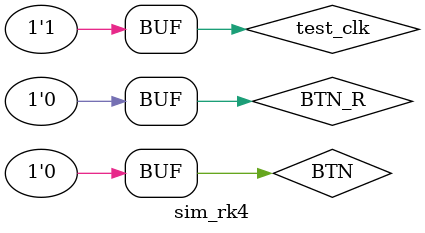
<source format=v>
`timescale 1ns / 1ps


module sim_rk4();

reg test_clk, BTN, SEL_IN, BTN_R;
reg [31:0] test_x_o, test_y_o, test_c, test_n; 
wire [31:0]test_x_out, test_y_out;

RK4_fpga uut( .CLOCK(test_clk), 
              .btn(BTN),
              .btn_r(BTN_R),
              .sseg(), 
              .DISP_EN()
              );

wire [31:0] result;
wire [63:0] full;
reg [31:0] num_1_mult, num_2_mult;

// fixed_multi test (.num1(num_1_mult), .num2(num_2_mult), .result(result), .overflow(), .precisionLost(), .result_full(full) );

initial begin
  /*
    test_x_o <= 32'b0000000000000000_0000000000000000;
    test_y_o <= 32'b0000000000000001_0000000000000000;
    test_c <=   32'b0000000000000010_0000000000000000;
    test_n <=   32'b0000000000001010_0000000000000000;
   */
    BTN_R = 0;
    BTN = 1; #10000000
    BTN = 0;
    
end

always 
    begin
    test_clk = 0; #5;
    test_clk = 1; #5;
    end

endmodule

</source>
